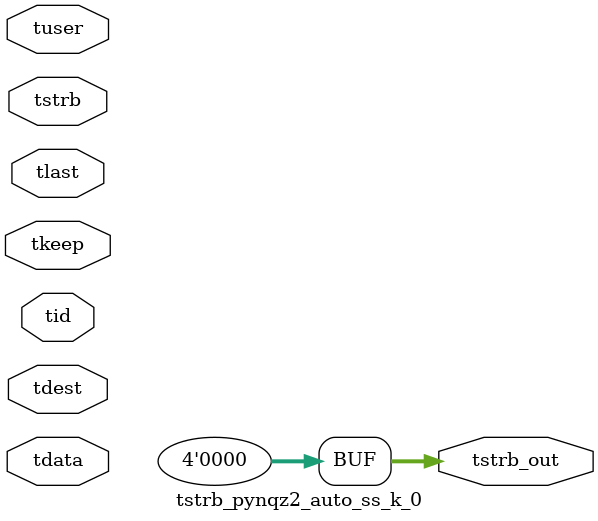
<source format=v>


`timescale 1ps/1ps

module tstrb_pynqz2_auto_ss_k_0 #
(
parameter C_S_AXIS_TDATA_WIDTH = 32,
parameter C_S_AXIS_TUSER_WIDTH = 0,
parameter C_S_AXIS_TID_WIDTH   = 0,
parameter C_S_AXIS_TDEST_WIDTH = 0,
parameter C_M_AXIS_TDATA_WIDTH = 32
)
(
input  [(C_S_AXIS_TDATA_WIDTH == 0 ? 1 : C_S_AXIS_TDATA_WIDTH)-1:0     ] tdata,
input  [(C_S_AXIS_TUSER_WIDTH == 0 ? 1 : C_S_AXIS_TUSER_WIDTH)-1:0     ] tuser,
input  [(C_S_AXIS_TID_WIDTH   == 0 ? 1 : C_S_AXIS_TID_WIDTH)-1:0       ] tid,
input  [(C_S_AXIS_TDEST_WIDTH == 0 ? 1 : C_S_AXIS_TDEST_WIDTH)-1:0     ] tdest,
input  [(C_S_AXIS_TDATA_WIDTH/8)-1:0 ] tkeep,
input  [(C_S_AXIS_TDATA_WIDTH/8)-1:0 ] tstrb,
input                                                                    tlast,
output [(C_M_AXIS_TDATA_WIDTH/8)-1:0 ] tstrb_out
);

assign tstrb_out = {1'b0};

endmodule


</source>
